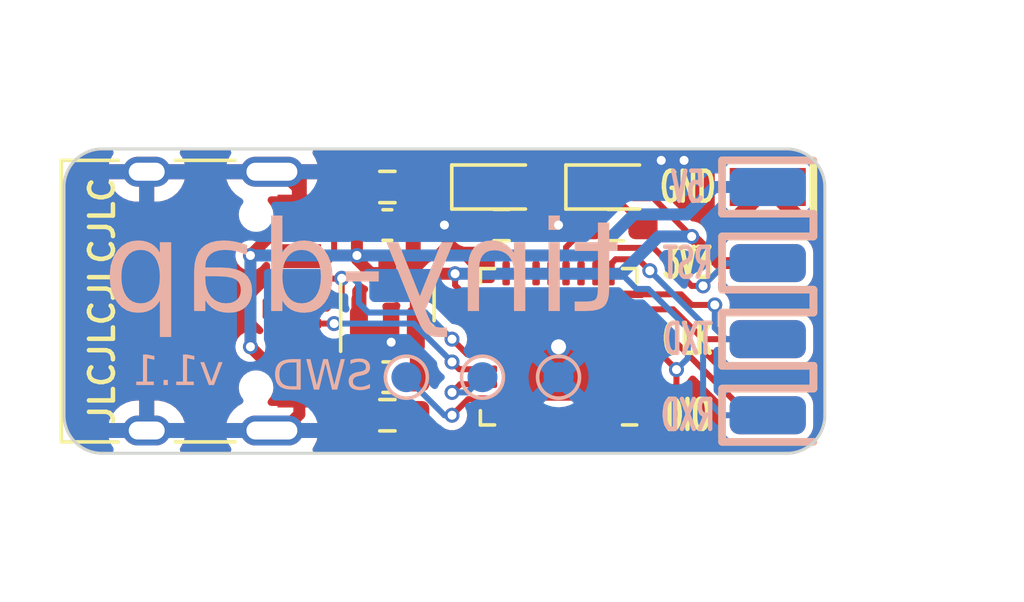
<source format=kicad_pcb>
(kicad_pcb (version 20221018) (generator pcbnew)
  (layers (0 "F.Cu" signal) (31 "B.Cu" signal) (34 "B.Paste" user) (35 "F.Paste" user) (36 "B.SilkS" user "B.Silkscreen") (37 "F.SilkS" user "F.Silkscreen") (38 "B.Mask" user) (39 "F.Mask" user) (44 "Edge.Cuts" user))
  (net 0 "")
  (net 1 "VDD")
  (net 2 "GND")
  (net 4 "VCC")
  (net 5 "Net-(D1-K)")
  (net 6 "Net-(D2-K)")
  (net 7 "/PA4")
  (net 8 "/PA0")
  (net 9 "/PA2")
  (net 10 "/PA1")
  (net 11 "/PA3")
  (net 12 "Net-(J1-CC1)")
  (net 14 "Net-(J1-CC2)")
  (net 16 "/PA5")
  (net 17 "/PA6")
  (net 18 "/PA11")
  (net 19 "/PA12")
  (net 20 "/PA14")
  (net 21 "/PA13")
  (footprint "Capacitor_SMD:C_0603_1608Metric_Pad1.08x0.95mm_HandSolder" (layer "F.Cu") (at 26.035 22.86 180)
    (fp_text reference "C2" hide)
    (fp_text value "1uF")
    (fp_line (start -0.146267 -0.51) (end 0.146267 -0.51) (stroke (width 0.12)) (layer "F.SilkS"))
    (fp_line (start -0.146267 0.51) (end 0.146267 0.51) (stroke (width 0.12)) (layer "F.SilkS"))
    (pad "1" smd roundrect (at -0.8625 0 180) (size 1.075 0.95) (layers "F.Cu" "F.Paste" "F.Mask") (net 1 "VDD"))
    (pad "2" smd roundrect (at 0.8625 0 180) (size 1.075 0.95) (layers "F.Cu" "F.Paste" "F.Mask") (net 2 "GND"))
  )
  (footprint "Connector_PinHeader_2.54mm:PinHeader_2x04_P2.54mm_Horizonal_Edge" (layer "F.Cu") (at 38.735 20.32)
    (fp_text reference "J2" hide)
    (fp_text value "Conn_02x04_Odd_Even")
    (fp_line (start -1.524 -4.699) (end -1.524 -2.921) (stroke (width 0.254)) (layer "B.SilkS"))
    (fp_line (start -1.524 -2.921) (end 1.524 -2.921) (stroke (width 0.254)) (layer "B.SilkS"))
    (fp_line (start -1.524 -2.159) (end -1.524 -0.381) (stroke (width 0.254)) (layer "B.SilkS"))
    (fp_line (start -1.524 -0.381) (end 1.524 -0.381) (stroke (width 0.254)) (layer "B.SilkS"))
    (fp_line (start -1.524 0.381) (end -1.524 2.159) (stroke (width 0.254)) (layer "B.SilkS"))
    (fp_line (start -1.524 2.159) (end 1.524 2.159) (stroke (width 0.254)) (layer "B.SilkS"))
    (fp_line (start -1.524 2.921) (end -1.524 4.699) (stroke (width 0.254)) (layer "B.SilkS"))
    (fp_line (start -1.524 4.699) (end 1.524 4.699) (stroke (width 0.254)) (layer "B.SilkS"))
    (fp_line (start 1.524 -4.699) (end -1.524 -4.699) (stroke (width 0.254)) (layer "B.SilkS"))
    (fp_line (start 1.524 -2.921) (end 1.524 -2.159) (stroke (width 0.254)) (layer "B.SilkS"))
    (fp_line (start 1.524 -2.159) (end -1.524 -2.159) (stroke (width 0.254)) (layer "B.SilkS"))
    (fp_line (start 1.524 -0.381) (end 1.524 0.381) (stroke (width 0.254)) (layer "B.SilkS"))
    (fp_line (start 1.524 0.381) (end -1.524 0.381) (stroke (width 0.254)) (layer "B.SilkS"))
    (fp_line (start 1.524 2.159) (end 1.524 2.921) (stroke (width 0.254)) (layer "B.SilkS"))
    (fp_line (start 1.524 2.921) (end -1.524 2.921) (stroke (width 0.254)) (layer "B.SilkS"))
    (fp_line (start -1.524 -4.699) (end -1.524 -2.921) (stroke (width 0.254)) (layer "F.SilkS"))
    (fp_line (start -1.524 -2.921) (end 1.524 -2.921) (stroke (width 0.254)) (layer "F.SilkS"))
    (fp_line (start -1.524 -2.159) (end -1.524 -0.381) (stroke (width 0.254)) (layer "F.SilkS"))
    (fp_line (start -1.524 -0.381) (end 1.524 -0.381) (stroke (width 0.254)) (layer "F.SilkS"))
    (fp_line (start -1.524 0.381) (end -1.524 2.159) (stroke (width 0.254)) (layer "F.SilkS"))
    (fp_line (start -1.524 2.159) (end 1.524 2.159) (stroke (width 0.254)) (layer "F.SilkS"))
    (fp_line (start -1.524 3.048) (end -1.524 4.572) (stroke (width 0.254)) (layer "F.SilkS"))
    (fp_line (start -1.524 4.699) (end 1.524 4.699) (stroke (width 0.254)) (layer "F.SilkS"))
    (fp_line (start 1.524 -4.699) (end -1.524 -4.699) (stroke (width 0.254)) (layer "F.SilkS"))
    (fp_line (start 1.524 -4.699) (end 1.524 -2.921) (stroke (width 0.254)) (layer "F.SilkS"))
    (fp_line (start 1.524 -2.921) (end 1.524 -2.159) (stroke (width 0.254)) (layer "F.SilkS"))
    (fp_line (start 1.524 -2.159) (end -1.524 -2.159) (stroke (width 0.254)) (layer "F.SilkS"))
    (fp_line (start 1.524 -0.381) (end 1.524 0.381) (stroke (width 0.254)) (layer "F.SilkS"))
    (fp_line (start 1.524 0.381) (end -1.524 0.381) (stroke (width 0.254)) (layer "F.SilkS"))
    (fp_line (start 1.524 2.159) (end 1.524 2.921) (stroke (width 0.254)) (layer "F.SilkS"))
    (fp_line (start 1.524 2.921) (end -1.524 2.921) (stroke (width 0.254)) (layer "F.SilkS"))
    (pad "1" smd rect (at 0 -3.81) (size 2.54 1.27) (layers "F.Cu" "F.Paste" "F.Mask") (net 2 "GND"))
    (pad "2" smd roundrect (at 0 -3.81) (size 2.54 1.27) (layers "B.Cu" "B.Paste" "B.Mask") (net 4 "VCC"))
    (pad "3" smd roundrect (at 0 -1.27) (size 2.54 1.27) (layers "F.Cu" "F.Paste" "F.Mask") (net 1 "VDD"))
    (pad "4" smd roundrect (at 0 -1.27) (size 2.54 1.27) (layers "B.Cu" "B.Paste" "B.Mask") (net 7 "/PA4"))
    (pad "5" smd roundrect (at 0 1.27) (size 2.54 1.27) (layers "F.Cu" "F.Paste" "F.Mask") (net 10 "/PA1"))
    (pad "6" smd roundrect (at 0 1.27) (size 2.54 1.27) (layers "B.Cu" "B.Paste" "B.Mask") (net 9 "/PA2"))
    (pad "7" smd roundrect (at 0 3.81) (size 2.54 1.27) (layers "F.Cu" "F.Paste" "F.Mask") (net 8 "/PA0"))
    (pad "8" smd roundrect (at 0 3.81) (size 2.54 1.27) (layers "B.Cu" "B.Paste" "B.Mask") (net 11 "/PA3"))
  )
  (footprint "Connector_USB:USB_C_Receptacle_HRO_TYPE-C-31-M-12" (layer "F.Cu") (at 19.05 20.32 -90)
    (fp_text reference "J1" hide)
    (fp_text value "USB_C_Receptacle_USB2.0")
    (fp_line (start -4.7 -1.9) (end -4.7 0.1) (stroke (width 0.12)) (layer "F.SilkS"))
    (fp_line (start -4.7 2) (end -4.7 3.9) (stroke (width 0.12)) (layer "F.SilkS"))
    (fp_line (start -4.7 3.9) (end 4.7 3.9) (stroke (width 0.12)) (layer "F.SilkS"))
    (fp_line (start 4.7 -1.9) (end 4.7 0.1) (stroke (width 0.12)) (layer "F.SilkS"))
    (fp_line (start 4.7 2) (end 4.7 3.9) (stroke (width 0.12)) (layer "F.SilkS"))
    (pad "" np_thru_hole circle (at -2.89 -2.6 270) (size 0.65 0.65) (drill 0.65) (layers "*.Cu" "*.Mask"))
    (pad "" np_thru_hole circle (at 2.89 -2.6 270) (size 0.65 0.65) (drill 0.65) (layers "*.Cu" "*.Mask"))
    (pad "A1" smd rect (at -3.25 -4.045 270) (size 0.6 1.45) (layers "F.Cu" "F.Paste" "F.Mask") (net 2 "GND"))
    (pad "A4" smd rect (at -2.45 -4.045 270) (size 0.6 1.45) (layers "F.Cu" "F.Paste" "F.Mask") (net 4 "VCC"))
    (pad "A5" smd rect (at -1.25 -4.045 270) (size 0.3 1.45) (layers "F.Cu" "F.Paste" "F.Mask") (net 12 "Net-(J1-CC1)"))
    (pad "A6" smd rect (at -0.25 -4.045 270) (size 0.3 1.45) (layers "F.Cu" "F.Paste" "F.Mask") (net 19 "/PA12"))
    (pad "A7" smd rect (at 0.25 -4.045 270) (size 0.3 1.45) (layers "F.Cu" "F.Paste" "F.Mask") (net 18 "/PA11"))
    (pad "A8" smd rect (at 1.25 -4.045 270) (size 0.3 1.45) (layers "F.Cu" "F.Paste" "F.Mask"))
    (pad "A9" smd rect (at 2.45 -4.045 270) (size 0.6 1.45) (layers "F.Cu" "F.Paste" "F.Mask") (net 4 "VCC"))
    (pad "A12" smd rect (at 3.25 -4.045 270) (size 0.6 1.45) (layers "F.Cu" "F.Paste" "F.Mask") (net 2 "GND"))
    (pad "B1" smd rect (at 3.25 -4.045 270) (size 0.6 1.45) (layers "F.Cu" "F.Paste" "F.Mask") (net 2 "GND"))
    (pad "B4" smd rect (at 2.45 -4.045 270) (size 0.6 1.45) (layers "F.Cu" "F.Paste" "F.Mask") (net 4 "VCC"))
    (pad "B5" smd rect (at 1.75 -4.045 270) (size 0.3 1.45) (layers "F.Cu" "F.Paste" "F.Mask") (net 14 "Net-(J1-CC2)"))
    (pad "B6" smd rect (at 0.75 -4.045 270) (size 0.3 1.45) (layers "F.Cu" "F.Paste" "F.Mask") (net 19 "/PA12"))
    (pad "B7" smd rect (at -0.75 -4.045 270) (size 0.3 1.45) (layers "F.Cu" "F.Paste" "F.Mask") (net 18 "/PA11"))
    (pad "B8" smd rect (at -1.75 -4.045 270) (size 0.3 1.45) (layers "F.Cu" "F.Paste" "F.Mask"))
    (pad "B9" smd rect (at -2.45 -4.045 270) (size 0.6 1.45) (layers "F.Cu" "F.Paste" "F.Mask") (net 4 "VCC"))
    (pad "B12" smd rect (at -3.25 -4.045 270) (size 0.6 1.45) (layers "F.Cu" "F.Paste" "F.Mask") (net 2 "GND"))
    (pad "S1" thru_hole oval (at -4.32 -3.13 270) (size 1 2.1) (drill oval 0.6 1.7) (layers "*.Cu" "*.Mask") (net 2 "GND"))
    (pad "S1" thru_hole oval (at -4.32 1.05 270) (size 1 1.6) (drill oval 0.6 1.2) (layers "*.Cu" "*.Mask") (net 2 "GND"))
    (pad "S1" thru_hole oval (at 4.32 -3.13 270) (size 1 2.1) (drill oval 0.6 1.7) (layers "*.Cu" "*.Mask") (net 2 "GND"))
    (pad "S1" thru_hole oval (at 4.32 1.05 270) (size 1 1.6) (drill oval 0.6 1.2) (layers "*.Cu" "*.Mask") (net 2 "GND"))
  )
  (footprint "Resistor_SMD:R_0603_1608Metric_Pad0.98x0.95mm_HandSolder" (layer "F.Cu") (at 33.655 17.78)
    (fp_text reference "R4" hide)
    (fp_text value "4K7")
    (fp_line (start -0.254724 -0.5225) (end 0.254724 -0.5225) (stroke (width 0.12)) (layer "F.SilkS"))
    (fp_line (start -0.254724 0.5225) (end 0.254724 0.5225) (stroke (width 0.12)) (layer "F.SilkS"))
    (pad "1" smd roundrect (at -0.9125 0) (size 0.975 0.95) (layers "F.Cu" "F.Paste" "F.Mask") (net 17 "/PA6"))
    (pad "2" smd roundrect (at 0.9125 0) (size 0.975 0.95) (layers "F.Cu" "F.Paste" "F.Mask") (net 6 "Net-(D2-K)"))
  )
  (footprint "Resistor_SMD:R_0603_1608Metric_Pad0.98x0.95mm_HandSolder" (layer "F.Cu") (at 29.845 17.78 180)
    (fp_text reference "R3" hide)
    (fp_text value "4K7")
    (fp_line (start -0.254724 -0.5225) (end 0.254724 -0.5225) (stroke (width 0.12)) (layer "F.SilkS"))
    (fp_line (start -0.254724 0.5225) (end 0.254724 0.5225) (stroke (width 0.12)) (layer "F.SilkS"))
    (pad "1" smd roundrect (at -0.9125 0 180) (size 0.975 0.95) (layers "F.Cu" "F.Paste" "F.Mask") (net 2 "GND"))
    (pad "2" smd roundrect (at 0.9125 0 180) (size 0.975 0.95) (layers "F.Cu" "F.Paste" "F.Mask") (net 5 "Net-(D1-K)"))
  )
  (footprint "Resistor_SMD:R_0603_1608Metric_Pad0.98x0.95mm_HandSolder" (layer "F.Cu") (at 26.035 24.13)
    (fp_text reference "R2" hide)
    (fp_text value "22R")
    (fp_line (start -0.254724 -0.5225) (end 0.254724 -0.5225) (stroke (width 0.12)) (layer "F.SilkS"))
    (fp_line (start -0.254724 0.5225) (end 0.254724 0.5225) (stroke (width 0.12)) (layer "F.SilkS"))
    (pad "1" smd roundrect (at -0.9125 0) (size 0.975 0.95) (layers "F.Cu" "F.Paste" "F.Mask") (net 14 "Net-(J1-CC2)"))
    (pad "2" smd roundrect (at 0.9125 0) (size 0.975 0.95) (layers "F.Cu" "F.Paste" "F.Mask") (net 2 "GND"))
  )
  (footprint "Capacitor_SMD:C_0603_1608Metric_Pad1.08x0.95mm_HandSolder" (layer "F.Cu") (at 26.035 17.78)
    (fp_text reference "C1" hide)
    (fp_text value "1uF")
    (fp_line (start -0.146267 -0.51) (end 0.146267 -0.51) (stroke (width 0.12)) (layer "F.SilkS"))
    (fp_line (start -0.146267 0.51) (end 0.146267 0.51) (stroke (width 0.12)) (layer "F.SilkS"))
    (pad "1" smd roundrect (at -0.8625 0) (size 1.075 0.95) (layers "F.Cu" "F.Paste" "F.Mask") (net 4 "VCC"))
    (pad "2" smd roundrect (at 0.8625 0) (size 1.075 0.95) (layers "F.Cu" "F.Paste" "F.Mask") (net 2 "GND"))
  )
  (footprint "Resistor_SMD:R_0603_1608Metric_Pad0.98x0.95mm_HandSolder" (layer "F.Cu") (at 26.035 16.51)
    (fp_text reference "R1" hide)
    (fp_text value "22R")
    (fp_line (start -0.254724 -0.5225) (end 0.254724 -0.5225) (stroke (width 0.12)) (layer "F.SilkS"))
    (fp_line (start -0.254724 0.5225) (end 0.254724 0.5225) (stroke (width 0.12)) (layer "F.SilkS"))
    (pad "1" smd roundrect (at -0.9125 0) (size 0.975 0.95) (layers "F.Cu" "F.Paste" "F.Mask") (net 12 "Net-(J1-CC1)"))
    (pad "2" smd roundrect (at 0.9125 0) (size 0.975 0.95) (layers "F.Cu" "F.Paste" "F.Mask") (net 2 "GND"))
  )
  (footprint "LED_SMD:LED_0603_1608Metric_Pad1.05x0.95mm_HandSolder" (layer "F.Cu") (at 33.655 16.51)
    (fp_text reference "D2" hide)
    (fp_text value "LED")
    (fp_line (start -1.66 -0.735) (end -1.66 0.735) (stroke (width 0.12)) (layer "F.SilkS"))
    (fp_line (start -1.66 0.735) (end 0.8 0.735) (stroke (width 0.12)) (layer "F.SilkS"))
    (fp_line (start 0.8 -0.735) (end -1.66 -0.735) (stroke (width 0.12)) (layer "F.SilkS"))
    (pad "1" smd roundrect (at -0.875 0) (size 1.05 0.95) (layers "F.Cu" "F.Paste" "F.Mask") (net 6 "Net-(D2-K)"))
    (pad "2" smd roundrect (at 0.875 0) (size 1.05 0.95) (layers "F.Cu" "F.Paste" "F.Mask") (net 1 "VDD"))
  )
  (footprint "LED_SMD:LED_0603_1608Metric_Pad1.05x0.95mm_HandSolder" (layer "F.Cu") (at 29.845 16.51)
    (fp_text reference "D1" hide)
    (fp_text value "LED")
    (fp_line (start -1.66 -0.735) (end -1.66 0.735) (stroke (width 0.12)) (layer "F.SilkS"))
    (fp_line (start -1.66 0.735) (end 0.8 0.735) (stroke (width 0.12)) (layer "F.SilkS"))
    (fp_line (start 0.8 -0.735) (end -1.66 -0.735) (stroke (width 0.12)) (layer "F.SilkS"))
    (pad "1" smd roundrect (at -0.875 0) (size 1.05 0.95) (layers "F.Cu" "F.Paste" "F.Mask") (net 5 "Net-(D1-K)"))
    (pad "2" smd roundrect (at 0.875 0) (size 1.05 0.95) (layers "F.Cu" "F.Paste" "F.Mask") (net 1 "VDD"))
  )
  (footprint "Package_DFN_QFN:QFN-32-1EP_5x5mm_P0.5mm_EP3.6x3.6mm" (layer "F.Cu") (at 31.75 21.844 180)
    (fp_text reference "U1" hide)
    (fp_text value "MCU")
    (fp_line (start -2.61 2.61) (end -2.61 2.135) (stroke (width 0.12)) (layer "F.SilkS"))
    (fp_line (start -2.135 -2.61) (end -2.61 -2.61) (stroke (width 0.12)) (layer "F.SilkS"))
    (fp_line (start -2.135 2.61) (end -2.61 2.61) (stroke (width 0.12)) (layer "F.SilkS"))
    (fp_line (start 2.135 -2.61) (end 2.61 -2.61) (stroke (width 0.12)) (layer "F.SilkS"))
    (fp_line (start 2.135 2.61) (end 2.61 2.61) (stroke (width 0.12)) (layer "F.SilkS"))
    (fp_line (start 2.61 -2.61) (end 2.61 -2.135) (stroke (width 0.12)) (layer "F.SilkS"))
    (fp_line (start 2.61 2.61) (end 2.61 2.135) (stroke (width 0.12)) (layer "F.SilkS"))
    (pad "1" smd roundrect (at -2.45 -1.75 180) (size 0.8 0.25) (layers "F.Cu" "F.Paste" "F.Mask") (net 1 "VDD"))
    (pad "2" smd roundrect (at -2.45 -1.25 180) (size 0.8 0.25) (layers "F.Cu" "F.Paste" "F.Mask"))
    (pad "3" smd roundrect (at -2.45 -0.75 180) (size 0.8 0.25) (layers "F.Cu" "F.Paste" "F.Mask"))
    (pad "4" smd roundrect (at -2.45 -0.25 180) (size 0.8 0.25) (layers "F.Cu" "F.Paste" "F.Mask"))
    (pad "5" smd roundrect (at -2.45 0.25 180) (size 0.8 0.25) (layers "F.Cu" "F.Paste" "F.Mask") (net 1 "VDD"))
    (pad "6" smd roundrect (at -2.45 0.75 180) (size 0.8 0.25) (layers "F.Cu" "F.Paste" "F.Mask") (net 8 "/PA0"))
    (pad "7" smd roundrect (at -2.45 1.25 180) (size 0.8 0.25) (layers "F.Cu" "F.Paste" "F.Mask") (net 10 "/PA1"))
    (pad "8" smd roundrect (at -2.45 1.75 180) (size 0.8 0.25) (layers "F.Cu" "F.Paste" "F.Mask") (net 9 "/PA2"))
    (pad "9" smd roundrect (at -1.75 2.45 180) (size 0.25 0.8) (layers "F.Cu" "F.Paste" "F.Mask") (net 11 "/PA3"))
    (pad "10" smd roundrect (at -1.25 2.45 180) (size 0.25 0.8) (layers "F.Cu" "F.Paste" "F.Mask") (net 7 "/PA4"))
    (pad "11" smd roundrect (at -0.75 2.45 180) (size 0.25 0.8) (layers "F.Cu" "F.Paste" "F.Mask") (net 16 "/PA5"))
    (pad "12" smd roundrect (at -0.25 2.45 180) (size 0.25 0.8) (layers "F.Cu" "F.Paste" "F.Mask") (net 17 "/PA6"))
    (pad "13" smd roundrect (at 0.25 2.45 180) (size 0.25 0.8) (layers "F.Cu" "F.Paste" "F.Mask"))
    (pad "14" smd roundrect (at 0.75 2.45 180) (size 0.25 0.8) (layers "F.Cu" "F.Paste" "F.Mask"))
    (pad "15" smd roundrect (at 1.25 2.45 180) (size 0.25 0.8) (layers "F.Cu" "F.Paste" "F.Mask"))
    (pad "16" smd roundrect (at 1.75 2.45 180) (size 0.25 0.8) (layers "F.Cu" "F.Paste" "F.Mask"))
    (pad "17" smd roundrect (at 2.45 1.75 180) (size 0.8 0.25) (layers "F.Cu" "F.Paste" "F.Mask") (net 1 "VDD"))
    (pad "18" smd roundrect (at 2.45 1.25 180) (size 0.8 0.25) (layers "F.Cu" "F.Paste" "F.Mask"))
    (pad "19" smd roundrect (at 2.45 0.75 180) (size 0.8 0.25) (layers "F.Cu" "F.Paste" "F.Mask"))
    (pad "20" smd roundrect (at 2.45 0.25 180) (size 0.8 0.25) (layers "F.Cu" "F.Paste" "F.Mask"))
    (pad "21" smd roundrect (at 2.45 -0.25 180) (size 0.8 0.25) (layers "F.Cu" "F.Paste" "F.Mask") (net 18 "/PA11"))
    (pad "22" smd roundrect (at 2.45 -0.75 180) (size 0.8 0.25) (layers "F.Cu" "F.Paste" "F.Mask") (net 19 "/PA12"))
    (pad "23" smd roundrect (at 2.45 -1.25 180) (size 0.8 0.25) (layers "F.Cu" "F.Paste" "F.Mask") (net 21 "/PA13"))
    (pad "24" smd roundrect (at 2.45 -1.75 180) (size 0.8 0.25) (layers "F.Cu" "F.Paste" "F.Mask") (net 20 "/PA14"))
    (pad "25" smd roundrect (at 1.75 -2.45 180) (size 0.25 0.8) (layers "F.Cu" "F.Paste" "F.Mask"))
    (pad "26" smd roundrect (at 1.25 -2.45 180) (size 0.25 0.8) (layers "F.Cu" "F.Paste" "F.Mask"))
    (pad "27" smd roundrect (at 0.75 -2.45 180) (size 0.25 0.8) (layers "F.Cu" "F.Paste" "F.Mask"))
    (pad "28" smd roundrect (at 0.25 -2.45 180) (size 0.25 0.8) (layers "F.Cu" "F.Paste" "F.Mask"))
    (pad "29" smd roundrect (at -0.25 -2.45 180) (size 0.25 0.8) (layers "F.Cu" "F.Paste" "F.Mask"))
    (pad "30" smd roundrect (at -0.75 -2.45 180) (size 0.25 0.8) (layers "F.Cu" "F.Paste" "F.Mask"))
    (pad "31" smd roundrect (at -1.25 -2.45 180) (size 0.25 0.8) (layers "F.Cu" "F.Paste" "F.Mask"))
    (pad "32" smd roundrect (at -1.75 -2.45 180) (size 0.25 0.8) (layers "F.Cu" "F.Paste" "F.Mask"))
    (pad "33" smd rect (at 0 0 180) (size 3.6 3.6) (layers "F.Cu" "F.Mask") (net 2 "GND"))
  )
  (footprint "Package_TO_SOT_SMD:SOT-23" (layer "F.Cu") (at 26.035 20.32 90)
    (fp_text reference "U2" hide)
    (fp_text value "XC6206PxxxMR")
    (fp_line (start 0 -1.56) (end -1.675 -1.56) (stroke (width 0.12)) (layer "F.SilkS"))
    (fp_line (start 0 -1.56) (end 0.65 -1.56) (stroke (width 0.12)) (layer "F.SilkS"))
    (fp_line (start 0 1.56) (end -0.65 1.56) (stroke (width 0.12)) (layer "F.SilkS"))
    (fp_line (start 0 1.56) (end 0.65 1.56) (stroke (width 0.12)) (layer "F.SilkS"))
    (pad "1" smd roundrect (at -0.9375 -0.95 90) (size 1.475 0.6) (layers "F.Cu" "F.Paste" "F.Mask") (net 2 "GND"))
    (pad "2" smd roundrect (at -0.9375 0.95 90) (size 1.475 0.6) (layers "F.Cu" "F.Paste" "F.Mask") (net 1 "VDD"))
    (pad "3" smd roundrect (at 0.9375 0 90) (size 1.475 0.6) (layers "F.Cu" "F.Paste" "F.Mask") (net 4 "VCC"))
  )
  (footprint "TestPoint:TestPoint_Pad_D1.0mm" (layer "B.Cu") (at 29.21 22.86 -90)
    (fp_text reference "TP2" hide)
    (fp_text value "SWCLK")
    (fp_circle (center 0 0) (end 0 -0.7) (stroke (width 0.12)) (fill none) (layer "B.SilkS"))
    (pad "1" smd circle (at 0 0 270) (size 1 1) (layers "B.Cu" "B.Mask") (net 21 "/PA13"))
  )
  (footprint "TestPoint:TestPoint_Pad_D1.0mm" (layer "B.Cu") (at 26.67 22.86 -90)
    (fp_text reference "TP1" hide)
    (fp_text value "SWCLK")
    (fp_circle (center 0 0) (end 0 -0.7) (stroke (width 0.12)) (fill none) (layer "B.SilkS"))
    (pad "1" smd circle (at 0 0 270) (size 1 1) (layers "B.Cu" "B.Mask") (net 20 "/PA14"))
  )
  (footprint "TestPoint:TestPoint_Pad_D1.0mm" (layer "B.Cu") (at 31.75 22.86 -90)
    (fp_text reference "TP3" hide)
    (fp_text value "GND")
    (fp_circle (center 0 0) (end 0 -0.7) (stroke (width 0.12)) (fill none) (layer "B.SilkS"))
    (pad "1" smd circle (at 0 0 270) (size 1 1) (layers "B.Cu" "B.Mask") (net 2 "GND"))
  )
  (gr_line (start 40.64 16.51) (end 40.64 24.13) (stroke (width 0.1)) (layer "Edge.Cuts"))
  (gr_line (start 16.51 15.24) (end 39.37 15.24) (stroke (width 0.1)) (layer "Edge.Cuts"))
  (gr_arc (start 15.24 16.51) (mid 15.611974 15.611974) (end 16.51 15.24) (stroke (width 0.1)) (layer "Edge.Cuts"))
  (gr_arc (start 40.64 24.13) (mid 40.268026 25.028026) (end 39.37 25.4) (stroke (width 0.1)) (layer "Edge.Cuts"))
  (gr_arc (start 39.37 15.24) (mid 40.268026 15.611974) (end 40.64 16.51) (stroke (width 0.1)) (layer "Edge.Cuts"))
  (gr_line (start 39.37 25.4) (end 16.51 25.4) (stroke (width 0.1)) (layer "Edge.Cuts"))
  (gr_line (start 15.24 24.13) (end 15.24 16.51) (stroke (width 0.1)) (layer "Edge.Cuts"))
  (gr_arc (start 16.51 25.4) (mid 15.611974 25.028026) (end 15.24 24.13) (stroke (width 0.1)) (layer "Edge.Cuts"))
  (gr_text "TXD" (at 36.068 21.59) (layer "B.SilkS") (effects (font (size 1 0.6)) (justify mirror)))
  (gr_text "SWD" (at 23.876 22.86) (layer "B.SilkS") (effects (font (size 1 1)) (justify mirror)))
  (gr_text "tiny-dap" (at 33.8328 19.4056) (layer "B.SilkS") (effects (font (size 3 3)) (justify left mirror)))
  (gr_text "5V" (at 36.068 16.51) (layer "B.SilkS") (effects (font (size 1 0.6)) (justify mirror)))
  (gr_text "RST" (at 36.068 19.05) (layer "B.SilkS") (effects (font (size 1 0.6)) (justify mirror)))
  (gr_text "RXD" (at 36.068 24.13) (layer "B.SilkS") (effects (font (size 1 0.6)) (justify mirror)))
  (gr_text "v1.1" (at 20.574 22.7076) (layer "B.SilkS") (effects (font (size 1 1)) (justify left mirror)))
  (gr_text "DIO" (at 36.068 24.13) (layer "F.SilkS") (effects (font (size 1 0.6))))
  (gr_text "GND" (at 36.068 16.51) (layer "F.SilkS") (effects (font (size 1 0.6))))
  (gr_text "3V3" (at 36.068 19.05) (layer "F.SilkS") (effects (font (size 1 0.6))))
  (gr_text "CLK" (at 36.068 21.59) (layer "F.SilkS") (effects (font (size 1 0.6))))
  (gr_text "JLCJLCJLCJLC" (at 16.51 20.32 90) (layer "F.SilkS") (effects (font (size 0.8 0.8))))
  (segment (start 30.72 16.51) (end 31.609 15.621) (width 0.2) (layer "F.Cu") (net 1))
  (segment (start 34.544 16.51) (end 34.53 16.51) (width 0.2) (layer "F.Cu") (net 1))
  (segment (start 28.603 20.094) (end 29.3 20.094) (width 0.2) (layer "F.Cu") (net 1))
  (segment (start 26.985 20.1066) (end 26.985 21.2575) (width 0.4) (layer "F.Cu") (net 1))
  (segment (start 36.195 18.161) (end 34.544 16.51) (width 0.2) (layer "F.Cu") (net 1))
  (segment (start 27.686 19.4056) (end 26.985 20.1066) (width 0.4) (layer "F.Cu") (net 1))
  (segment (start 35.687 22.606) (end 34.675 21.594) (width 0.2) (layer "F.Cu") (net 1))
  (segment (start 33.641 15.621) (end 34.53 16.51) (width 0.2) (layer "F.Cu") (net 1))
  (segment (start 34.675 21.594) (end 34.2 21.594) (width 0.2) (layer "F.Cu") (net 1))
  (segment (start 26.985 21.2575) (end 26.985 22.7725) (width 0.4) (layer "F.Cu") (net 1))
  (segment (start 28.2956 19.4056) (end 27.686 19.4056) (width 0.4) (layer "F.Cu") (net 1))
  (segment (start 35.207 23.594) (end 34.2 23.594) (width 0.2) (layer "F.Cu") (net 1))
  (segment (start 28.2956 19.7866) (end 28.603 20.094) (width 0.2) (layer "F.Cu") (net 1))
  (segment (start 26.985 22.7725) (end 26.8975 22.86) (width 0.4) (layer "F.Cu") (net 1))
  (segment (start 37.084 19.05) (end 38.735 19.05) (width 0.4) (layer "F.Cu") (net 1))
  (segment (start 28.2956 19.4056) (end 28.2956 19.7866) (width 0.2) (layer "F.Cu") (net 1))
  (segment (start 35.687 23.114) (end 35.207 23.594) (width 0.2) (layer "F.Cu") (net 1))
  (segment (start 36.195 18.161) (end 37.084 19.05) (width 0.4) (layer "F.Cu") (net 1))
  (segment (start 31.609 15.621) (end 33.641 15.621) (width 0.2) (layer "F.Cu") (net 1))
  (segment (start 35.687 22.606) (end 35.687 23.114) (width 0.2) (layer "F.Cu") (net 1))
  (via (at 35.687 22.606) (size 0.5) (drill 0.3) (layers "F.Cu" "B.Cu") (net 1))
  (via (at 28.2956 19.4056) (size 0.5) (drill 0.3) (layers "F.Cu" "B.Cu") (net 1))
  (via (at 36.195 18.161) (size 0.5) (drill 0.3) (layers "F.Cu" "B.Cu") (net 1))
  (segment (start 34.7472 19.9136) (end 34.355871 19.9136) (width 0.2) (layer "B.Cu") (net 1))
  (segment (start 28.2956 19.4056) (end 33.847871 19.4056) (width 0.4) (layer "B.Cu") (net 1))
  (segment (start 34.355871 19.9136) (end 33.847871 19.4056) (width 0.2) (layer "B.Cu") (net 1))
  (segment (start 35.687 22.606) (end 36.068 22.225) (width 0.2) (layer "B.Cu") (net 1))
  (segment (start 36.068 22.225) (end 36.068 21.2344) (width 0.2) (layer "B.Cu") (net 1))
  (segment (start 35.092471 18.161) (end 36.195 18.161) (width 0.4) (layer "B.Cu") (net 1))
  (segment (start 36.068 21.2344) (end 34.7472 19.9136) (width 0.2) (layer "B.Cu") (net 1))
  (segment (start 33.847871 19.4056) (end 35.092471 18.161) (width 0.4) (layer "B.Cu") (net 1))
  (segment (start 23.095 16.5926) (end 22.5024 16) (width 0.4) (layer "F.Cu") (net 2))
  (segment (start 22.5532 24.64) (end 22.18 24.64) (width 0.4) (layer "F.Cu") (net 2))
  (segment (start 22.5024 16) (end 22.18 16) (width 0.4) (layer "F.Cu") (net 2))
  (segment (start 23.095 23.57) (end 23.095 24.0982) (width 0.4) (layer "F.Cu") (net 2))
  (segment (start 23.095 24.0982) (end 22.5532 24.64) (width 0.4) (layer "F.Cu") (net 2))
  (segment (start 36.83 16.51) (end 35.941 15.621) (width 0.4) (layer "F.Cu") (net 2))
  (segment (start 23.095 17.07) (end 23.095 16.5926) (width 0.4) (layer "F.Cu") (net 2))
  (segment (start 38.735 16.51) (end 36.83 16.51) (width 0.4) (layer "F.Cu") (net 2))
  (via (at 31.75 21.844) (size 0.8) (drill 0.5) (layers "F.Cu" "B.Cu") (net 2))
  (via (at 26.162 21.6916) (size 0.5) (drill 0.3) (layers "F.Cu" "B.Cu") (net 2))
  (via (at 31.75 17.78) (size 0.5) (drill 0.3) (layers "F.Cu" "B.Cu") (net 2))
  (via (at 35.941 15.621) (size 0.5) (drill 0.3) (layers "F.Cu" "B.Cu") (net 2))
  (via (at 27.94 17.78) (size 0.5) (drill 0.3) (layers "F.Cu" "B.Cu") (net 2))
  (via (at 35.179 15.621) (size 0.5) (drill 0.3) (layers "F.Cu" "B.Cu") (net 2))
  (segment (start 23.095 22.77) (end 22.389 22.77) (width 0.4) (layer "F.Cu") (net 4))
  (segment (start 23.095 17.87) (end 22.389 17.87) (width 0.4) (layer "F.Cu") (net 4))
  (segment (start 22.389 17.87) (end 21.463 18.796) (width 0.4) (layer "F.Cu") (net 4))
  (segment (start 22.389 22.77) (end 21.463 21.844) (width 0.4) (layer "F.Cu") (net 4))
  (segment (start 25.019 18.923) (end 25.4785 19.3825) (width 0.4) (layer "F.Cu") (net 4))
  (segment (start 25.019 18.796) (end 25.019 18.923) (width 0.4) (layer "F.Cu") (net 4))
  (segment (start 25.019 17.9335) (end 25.1725 17.78) (width 0.4) (layer "F.Cu") (net 4))
  (segment (start 25.4785 19.3825) (end 26.035 19.3825) (width 0.4) (layer "F.Cu") (net 4))
  (segment (start 25.019 18.796) (end 25.019 17.9335) (width 0.4) (layer "F.Cu") (net 4))
  (via (at 25.019 18.796) (size 0.5) (drill 0.3) (layers "F.Cu" "B.Cu") (net 4))
  (via (at 21.463 18.796) (size 0.5) (drill 0.3) (layers "F.Cu" "B.Cu") (net 4))
  (via (at 21.463 21.844) (size 0.5) (drill 0.3) (layers "F.Cu" "B.Cu") (net 4))
  (segment (start 25.019 18.796) (end 32.893 18.796) (width 0.4) (layer "B.Cu") (net 4))
  (segment (start 36.0426 17.4244) (end 36.957 16.51) (width 0.4) (layer "B.Cu") (net 4))
  (segment (start 36.957 16.51) (end 38.735 16.51) (width 0.4) (layer "B.Cu") (net 4))
  (segment (start 21.463 18.796) (end 25.019 18.796) (width 0.4) (layer "B.Cu") (net 4))
  (segment (start 32.893 18.796) (end 34.2646 17.4244) (width 0.4) (layer "B.Cu") (net 4))
  (segment (start 21.463 21.844) (end 21.463 18.796) (width 0.4) (layer "B.Cu") (net 4))
  (segment (start 34.2646 17.4244) (end 36.0426 17.4244) (width 0.4) (layer "B.Cu") (net 4))
  (segment (start 28.9325 16.5475) (end 28.97 16.51) (width 0.2) (layer "F.Cu") (net 5))
  (segment (start 28.9325 17.78) (end 28.9325 16.5475) (width 0.2) (layer "F.Cu") (net 5))
  (segment (start 34.5675 17.78) (end 33.9325 17.145) (width 0.2) (layer "F.Cu") (net 6))
  (segment (start 33.415 17.145) (end 32.78 16.51) (width 0.2) (layer "F.Cu") (net 6))
  (segment (start 33.9325 17.145) (end 33.415 17.145) (width 0.2) (layer "F.Cu") (net 6))
  (segment (start 33 18.943) (end 33 19.394) (width 0.2) (layer "F.Cu") (net 7))
  (segment (start 34.925 18.542) (end 33.401 18.542) (width 0.2) (layer "F.Cu") (net 7))
  (segment (start 33.401 18.542) (end 33 18.943) (width 0.2) (layer "F.Cu") (net 7))
  (segment (start 36.195 19.812) (end 34.925 18.542) (width 0.2) (layer "F.Cu") (net 7))
  (segment (start 36.576 19.812) (end 36.195 19.812) (width 0.2) (layer "F.Cu") (net 7))
  (via (at 36.576 19.812) (size 0.5) (drill 0.3) (layers "F.Cu" "B.Cu") (net 7))
  (segment (start 36.576 19.812) (end 37.338 19.05) (width 0.2) (layer "B.Cu") (net 7))
  (segment (start 37.338 19.05) (end 38.735 19.05) (width 0.2) (layer "B.Cu") (net 7))
  (segment (start 34.2 21.094) (end 35.064 21.094) (width 0.2) (layer "F.Cu") (net 8))
  (segment (start 38.1 24.13) (end 38.735 24.13) (width 0.2) (layer "F.Cu") (net 8))
  (segment (start 35.064 21.094) (end 38.1 24.13) (width 0.2) (layer "F.Cu") (net 8))
  (segment (start 36.195 20.447) (end 35.842 20.094) (width 0.2) (layer "F.Cu") (net 9))
  (segment (start 35.842 20.094) (end 34.2 20.094) (width 0.2) (layer "F.Cu") (net 9))
  (segment (start 36.965702 20.447) (end 36.195 20.447) (width 0.2) (layer "F.Cu") (net 9))
  (via (at 36.965702 20.447) (size 0.5) (drill 0.3) (layers "F.Cu" "B.Cu") (net 9))
  (segment (start 36.965702 21.217702) (end 37.338 21.59) (width 0.2) (layer "B.Cu") (net 9))
  (segment (start 36.965702 20.447) (end 36.965702 21.217702) (width 0.2) (layer "B.Cu") (net 9))
  (segment (start 37.338 21.59) (end 38.735 21.59) (width 0.2) (layer "B.Cu") (net 9))
  (segment (start 36.576 21.59) (end 38.735 21.59) (width 0.2) (layer "F.Cu") (net 10))
  (segment (start 35.58 20.594) (end 36.576 21.59) (width 0.2) (layer "F.Cu") (net 10))
  (segment (start 34.2 20.594) (end 35.58 20.594) (width 0.2) (layer "F.Cu") (net 10))
  (segment (start 34.417 18.923) (end 33.655 18.923) (width 0.2) (layer "F.Cu") (net 11))
  (segment (start 34.798 19.304) (end 34.417 18.923) (width 0.2) (layer "F.Cu") (net 11))
  (segment (start 33.5 19.078) (end 33.5 19.394) (width 0.2) (layer "F.Cu") (net 11))
  (segment (start 33.655 18.923) (end 33.5 19.078) (width 0.2) (layer "F.Cu") (net 11))
  (via (at 34.798 19.304) (size 0.5) (drill 0.3) (layers "F.Cu" "B.Cu") (net 11))
  (segment (start 36.576 21.082) (end 36.576 23.495) (width 0.2) (layer "B.Cu") (net 11))
  (segment (start 37.211 24.13) (end 38.735 24.13) (width 0.2) (layer "B.Cu") (net 11))
  (segment (start 34.798 19.304) (end 36.576 21.082) (width 0.2) (layer "B.Cu") (net 11))
  (segment (start 36.576 23.495) (end 37.211 24.13) (width 0.2) (layer "B.Cu") (net 11))
  (segment (start 24.257 17.3755) (end 24.257 18.796) (width 0.2) (layer "F.Cu") (net 12))
  (segment (start 23.983 19.07) (end 23.095 19.07) (width 0.2) (layer "F.Cu") (net 12))
  (segment (start 24.257 18.796) (end 23.983 19.07) (width 0.2) (layer "F.Cu") (net 12))
  (segment (start 25.1225 16.51) (end 24.257 17.3755) (width 0.2) (layer "F.Cu") (net 12))
  (segment (start 24.257 22.407) (end 23.92 22.07) (width 0.2) (layer "F.Cu") (net 14))
  (segment (start 25.1225 24.13) (end 24.892 24.13) (width 0.2) (layer "F.Cu") (net 14))
  (segment (start 24.892 24.13) (end 24.257 23.495) (width 0.2) (layer "F.Cu") (net 14))
  (segment (start 24.257 23.495) (end 24.257 22.407) (width 0.2) (layer "F.Cu") (net 14))
  (segment (start 23.92 22.07) (end 23.095 22.07) (width 0.2) (layer "F.Cu") (net 14))
  (segment (start 32 18.5225) (end 32.7425 17.78) (width 0.2) (layer "F.Cu") (net 17))
  (segment (start 32 19.394) (end 32 18.5225) (width 0.2) (layer "F.Cu") (net 17))
  (segment (start 23.095 19.57) (end 24.499 19.57) (width 0.2) (layer "F.Cu") (net 18))
  (segment (start 24.511 20.079) (end 24.511 19.558) (width 0.2) (layer "F.Cu") (net 18))
  (segment (start 28.698 22.094) (end 28.194 21.59) (width 0.2) (layer "F.Cu") (net 18))
  (segment (start 23.095 20.57) (end 24.02 20.57) (width 0.2) (layer "F.Cu") (net 18))
  (segment (start 29.3 22.094) (end 28.698 22.094) (width 0.2) (layer "F.Cu") (net 18))
  (segment (start 24.499 19.57) (end 24.511 19.558) (width 0.2) (layer "F.Cu") (net 18))
  (segment (start 24.02 20.57) (end 24.511 20.079) (width 0.2) (layer "F.Cu") (net 18))
  (via (at 24.511 19.558) (size 0.5) (drill 0.3) (layers "F.Cu" "B.Cu") (net 18))
  (via (at 28.194 21.59) (size 0.5) (drill 0.3) (layers "F.Cu" "B.Cu") (net 18))
  (segment (start 25.0825 20.3835) (end 25.4 20.701) (width 0.2) (layer "B.Cu") (net 18))
  (segment (start 27.305 20.701) (end 28.194 21.59) (width 0.2) (layer "B.Cu") (net 18))
  (segment (start 25.4 20.701) (end 27.305 20.701) (width 0.2) (layer "B.Cu") (net 18))
  (segment (start 24.892 19.558) (end 25.0825 19.7485) (width 0.2) (layer "B.Cu") (net 18))
  (segment (start 24.511 19.558) (end 24.892 19.558) (width 0.2) (layer "B.Cu") (net 18))
  (segment (start 25.0825 19.7485) (end 25.0825 20.3835) (width 0.2) (layer "B.Cu") (net 18))
  (segment (start 22.221 20.07) (end 23.095 20.07) (width 0.2) (layer "F.Cu") (net 19))
  (segment (start 24.257 21.07) (end 23.095 21.07) (width 0.2) (layer "F.Cu") (net 19))
  (segment (start 23.095 21.07) (end 22.213 21.07) (width 0.2) (layer "F.Cu") (net 19))
  (segment (start 21.971 20.32) (end 22.221 20.07) (width 0.2) (layer "F.Cu") (net 19))
  (segment (start 22.213 21.07) (end 21.971 20.828) (width 0.2) (layer "F.Cu") (net 19))
  (segment (start 28.436 22.594) (end 28.194 22.352) (width 0.2) (layer "F.Cu") (net 19))
  (segment (start 21.971 20.828) (end 21.971 20.32) (width 0.2) (layer "F.Cu") (net 19))
  (segment (start 29.3 22.594) (end 28.436 22.594) (width 0.2) (layer "F.Cu") (net 19))
  (via (at 24.257 21.07) (size 0.5) (drill 0.3) (layers "F.Cu" "B.Cu") (net 19))
  (via (at 28.194 22.352) (size 0.5) (drill 0.3) (layers "F.Cu" "B.Cu") (net 19))
  (segment (start 26.912 21.07) (end 28.194 22.352) (width 0.2) (layer "B.Cu") (net 19))
  (segment (start 24.257 21.07) (end 26.912 21.07) (width 0.2) (layer "B.Cu") (net 19))
  (segment (start 28.73 23.594) (end 28.194 24.13) (width 0.2) (layer "F.Cu") (net 20))
  (segment (start 29.3 23.594) (end 28.73 23.594) (width 0.2) (layer "F.Cu") (net 20))
  (via (at 28.194 24.13) (size 0.5) (drill 0.3) (layers "F.Cu" "B.Cu") (net 20))
  (segment (start 28.194 24.13) (end 27.94 24.13) (width 0.2) (layer "B.Cu") (net 20))
  (segment (start 27.94 24.13) (end 26.67 22.86) (width 0.2) (layer "B.Cu") (net 20))
  (segment (start 28.468 23.094) (end 28.194 23.368) (width 0.2) (layer "F.Cu") (net 21))
  (segment (start 29.3 23.094) (end 28.468 23.094) (width 0.2) (layer "F.Cu") (net 21))
  (via (at 28.194 23.368) (size 0.5) (drill 0.3) (layers "F.Cu" "B.Cu") (net 21))
  (segment (start 28.702 23.368) (end 29.21 22.86) (width 0.2) (layer "B.Cu") (net 21))
  (segment (start 28.194 23.368) (end 28.702 23.368) (width 0.2) (layer "B.Cu") (net 21))
  (zone (net 2) (net_name "GND") (layers "F&B.Cu") (connect_pads (clearance 0.25)) (min_thickness 0.25) (fill yes (thermal_gap 0.5) (thermal_bridge_width 0.5))
    (polygon (pts (xy 13.97 13.97) (xy 13.97 26.67) (xy 41.91 26.67) (xy 41.91 13.97)))
  )
)
</source>
